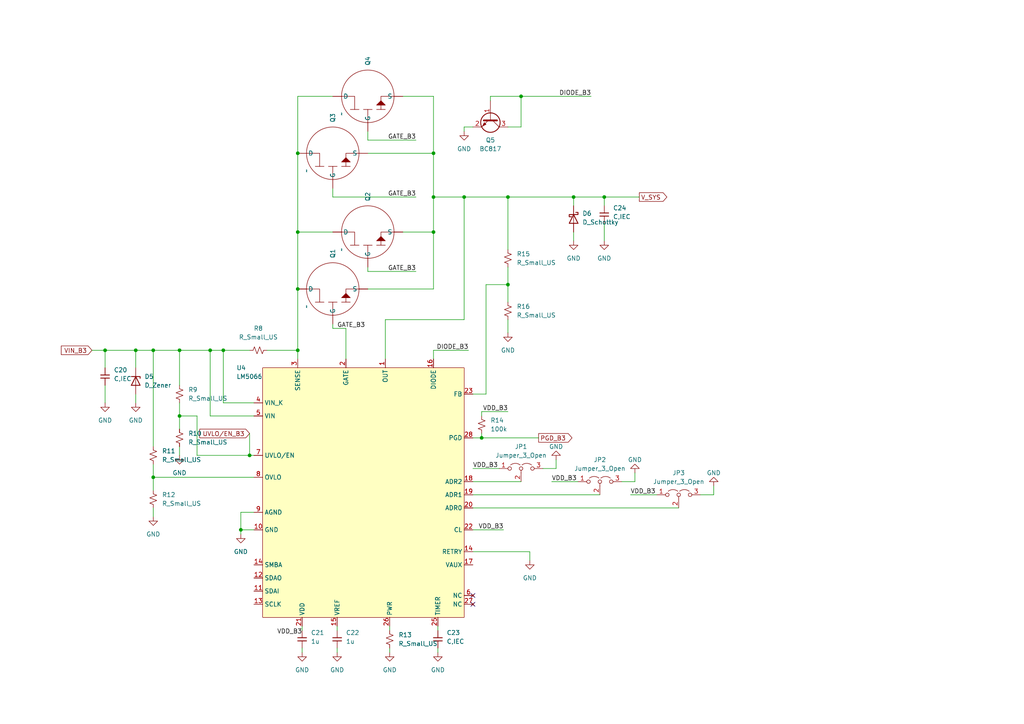
<source format=kicad_sch>
(kicad_sch (version 20230121) (generator eeschema)
  (paper "A4")
  (lib_symbols
    (symbol "Device:D_Schottky" (pin_numbers hide) (pin_names (offset 1.016) hide)
      (property "Reference" "D" (at 0 2.54 0))
      (property "Value" "D_Schottky" (at 0 -2.54 0))
      (symbol "D_Schottky_0_1"
        (polyline (pts (xy 1.27 0) (xy -1.27 0)))
        (polyline (pts (xy 1.27 1.27) (xy 1.27 -1.27) (xy -1.27 0) (xy 1.27 1.27)) (stroke (width 0.254)))
        (polyline (pts (xy -1.905 0.635) (xy -1.905 1.27) (xy -1.27 1.27) (xy -1.27 -1.27) (xy -0.635 -1.27) (xy -0.635 -0.635)) (stroke (width 0.254)))
      )
      (symbol "D_Schottky_1_1"
        (pin passive line (at -3.81 0 0) (length 2.54) (name "K") (number "1"))
        (pin passive line (at 3.81 0 180) (length 2.54) (name "A") (number "2"))
      )
    )
    (symbol "Device:D_Zener" (pin_numbers hide) (pin_names (offset 1.016) hide)
      (property "Reference" "D" (at 0 2.54 0))
      (property "Value" "D_Zener" (at 0 -2.54 0))
      (symbol "D_Zener_0_1"
        (polyline (pts (xy 1.27 0) (xy -1.27 0)))
        (polyline (pts (xy -1.27 -1.27) (xy -1.27 1.27) (xy -0.762 1.27)) (stroke (width 0.254)))
        (polyline (pts (xy 1.27 -1.27) (xy 1.27 1.27) (xy -1.27 0) (xy 1.27 -1.27)) (stroke (width 0.254)))
      )
      (symbol "D_Zener_1_1"
        (pin passive line (at -3.81 0 0) (length 2.54) (name "K") (number "1"))
        (pin passive line (at 3.81 0 180) (length 2.54) (name "A") (number "2"))
      )
    )
    (symbol "Device:R_Small_US" (pin_numbers hide) (pin_names (offset 0.254) hide)
      (property "Reference" "R" (at 0.762 0.508 0))
      (property "Value" "R_Small_US" (at 0.762 -1.016 0))
      (symbol "R_Small_US_1_1"
        (polyline (pts (xy 0 0) (xy 1.016 -0.381) (xy 0 -0.762) (xy -1.016 -1.143) (xy 0 -1.524)))
        (polyline (pts (xy 0 1.524) (xy 1.016 1.143) (xy 0 0.762) (xy -1.016 0.381) (xy 0 0)))
        (pin passive line (at 0 2.54 270) (length 1.016) (name "~") (number "1"))
        (pin passive line (at 0 -2.54 90) (length 1.016) (name "~") (number "2"))
      )
    )
    (symbol "Jumper:Jumper_3_Open" (pin_names (offset 0) hide)
      (property "Reference" "JP" (at -2.54 -2.54 0))
      (property "Value" "Jumper_3_Open" (at 0 2.794 0))
      (symbol "Jumper_3_Open_0_0"
        (circle (center -3.302 0) (radius 0.508))
        (circle (center 0 0) (radius 0.508))
        (circle (center 3.302 0) (radius 0.508))
      )
      (symbol "Jumper_3_Open_0_1"
        (arc (start -0.254 1.016) (mid -1.651 1.4992) (end -3.048 1.016))
        (polyline (pts (xy 0 -0.508) (xy 0 -1.27)))
        (arc (start 3.048 1.016) (mid 1.651 1.4992) (end 0.254 1.016))
      )
      (symbol "Jumper_3_Open_1_1"
        (pin passive line (at -6.35 0 0) (length 2.54) (name "A") (number "1"))
        (pin passive line (at 0 -3.81 90) (length 2.54) (name "C") (number "2"))
        (pin passive line (at 6.35 0 180) (length 2.54) (name "B") (number "3"))
      )
    )
    (symbol "Nexperia:GAN3R2-100CBEAZ"
      (property "Reference" "Q1" (at 16.51 -7.62 0))
      (property "Value" "~" (at 2.54 0 0))
      (symbol "GAN3R2-100CBEAZ_0_1"
        (polyline (pts (xy 3.81 -10.16) (xy 3.81 -12.7)))
        (polyline (pts (xy 3.81 -7.62) (xy 0 -7.62)))
        (polyline (pts (xy 3.81 -6.35) (xy 3.81 -8.89)))
        (polyline (pts (xy 3.81 -2.54) (xy 3.81 -5.08)))
        (polyline (pts (xy 3.81 -11.43) (xy 7.62 -11.43) (xy 7.62 -15.24)))
        (polyline (pts (xy 3.81 -3.81) (xy 7.62 -3.81) (xy 7.62 0)))
        (circle (center 7.62 -7.62) (radius 7.62))
      )
      (symbol "GAN3R2-100CBEAZ_1_1"
        (polyline (pts (xy 6.35 -11.43) (xy 5.08 -10.16) (xy 5.08 -12.7) (xy 6.35 -11.43)) (fill (type outline)))
        (pin power_in line (at 7.62 2.54 270) (length 2.54) (name "D") (number ""))
        (pin input line (at -2.54 -7.62 0) (length 2.54) (name "G") (number ""))
        (pin power_out line (at 7.62 -17.78 90) (length 2.54) (name "S") (number ""))
      )
    )
    (symbol "PCM_Generic-50:C,IEC" (pin_numbers hide) (pin_names (offset 0) hide)
      (property "Reference" "C" (at 1.27 1.27 0))
      (property "Value" "C,IEC" (at 1.27 -1.27 0))
      (property "Indicator" "+" (at -1.27 1.27 0))
      (symbol "C,IEC_1_1"
        (polyline (pts (xy -1.27 -0.4572) (xy 1.27 -0.4572)) (stroke (width 0.254)))
        (polyline (pts (xy -1.27 0.4572) (xy 1.27 0.4572)) (stroke (width 0.254)))
        (pin passive line (at 0 2.54 270) (length 2.0828) (name "+") (number "1"))
        (pin passive line (at 0 -2.54 90) (length 2.0828) (name "-") (number "2"))
      )
    )
    (symbol "TI.Library:LM5066"
      (property "Reference" "U" (at 0 1.27 0))
      (property "Value" "LM5066" (at 3.81 -77.47 0))
      (symbol "LM5066_1_1"
        (rectangle (start 0 -2.54) (end 58.42 -74.93) (fill (type background)))
        (pin power_out line (at 35.56 0 270) (length 2.54) (name "OUT") (number "1"))
        (pin power_in line (at -2.54 -49.53 0) (length 2.54) (name "GND") (number "10"))
        (pin input line (at -2.54 -67.31 0) (length 2.54) (name "SDAI") (number "11"))
        (pin output line (at -2.54 -63.5 0) (length 2.54) (name "SDAO") (number "12"))
        (pin bidirectional line (at -2.54 -71.12 0) (length 2.54) (name "SCLK") (number "13"))
        (pin tri_state line (at 60.96 -55.88 180) (length 2.54) (name "RETRY") (number "14"))
        (pin output line (at -2.54 -59.69 0) (length 2.54) (name "SMBA") (number "14"))
        (pin input line (at 21.59 -77.47 90) (length 2.54) (name "VREF") (number "15"))
        (pin output line (at 49.53 0 270) (length 2.54) (name "DIODE") (number "16"))
        (pin power_in line (at 60.96 -59.69 180) (length 2.54) (name "VAUX") (number "17"))
        (pin tri_state line (at 60.96 -35.56 180) (length 2.54) (name "ADR2") (number "18"))
        (pin tri_state line (at 60.96 -39.37 180) (length 2.54) (name "ADR1") (number "19"))
        (pin output line (at 24.13 0 270) (length 2.54) (name "GATE") (number "2"))
        (pin tri_state line (at 60.96 -43.18 180) (length 2.54) (name "ADR0") (number "20"))
        (pin output line (at 11.43 -77.47 90) (length 2.54) (name "VDD") (number "21"))
        (pin input line (at 60.96 -49.53 180) (length 2.54) (name "CL") (number "22"))
        (pin input line (at 60.96 -10.16 180) (length 2.54) (name "FB") (number "23"))
        (pin unspecified line (at 50.8 -77.47 90) (length 2.54) (name "TIMER") (number "25"))
        (pin input line (at 36.83 -77.47 90) (length 2.54) (name "PWR") (number "26"))
        (pin no_connect line (at 60.96 -71.12 180) (length 2.54) (name "NC") (number "27"))
        (pin output line (at 60.96 -22.86 180) (length 2.54) (name "PGD") (number "28"))
        (pin input line (at 10.16 0 270) (length 2.54) (name "SENSE") (number "3"))
        (pin power_in line (at -2.54 -12.7 0) (length 2.54) (name "VIN_K") (number "4"))
        (pin power_in line (at -2.54 -16.51 0) (length 2.54) (name "VIN") (number "5"))
        (pin no_connect line (at 60.96 -68.58 180) (length 2.54) (name "NC") (number "6"))
        (pin input line (at -2.54 -27.94 0) (length 2.54) (name "UVLO/EN") (number "7"))
        (pin input line (at -2.54 -34.29 0) (length 2.54) (name "OVLO") (number "8"))
        (pin power_in line (at -2.54 -44.45 0) (length 2.54) (name "AGND") (number "9"))
      )
    )
    (symbol "Transistor_BJT:BC817" (pin_names (offset 0) hide)
      (property "Reference" "Q" (at 5.08 1.905 0))
      (property "Value" "BC817" (at 5.08 0 0))
      (symbol "BC817_0_1"
        (polyline (pts (xy 0.635 0.635) (xy 2.54 2.54)))
        (polyline (pts (xy 0.635 -0.635) (xy 2.54 -2.54) (xy 2.54 -2.54)))
        (polyline (pts (xy 0.635 1.905) (xy 0.635 -1.905) (xy 0.635 -1.905)) (stroke (width 0.508)))
        (polyline (pts (xy 1.27 -1.778) (xy 1.778 -1.27) (xy 2.286 -2.286) (xy 1.27 -1.778) (xy 1.27 -1.778)) (fill (type outline)))
        (circle (center 1.27 0) (radius 2.8194) (stroke (width 0.254)))
      )
      (symbol "BC817_1_1"
        (pin input line (at -5.08 0 0) (length 5.715) (name "B") (number "1"))
        (pin passive line (at 2.54 -5.08 90) (length 2.54) (name "E") (number "2"))
        (pin passive line (at 2.54 5.08 270) (length 2.54) (name "C") (number "3"))
      )
    )
    (symbol "power:GND" (power) (pin_names (offset 0))
      (property "Value" "GND" (at 0 -3.81 0))
      (symbol "GND_0_1"
        (polyline (pts (xy 0 0) (xy 0 -1.27) (xy 1.27 -1.27) (xy 0 -2.54) (xy -1.27 -1.27) (xy 0 -1.27)))
      )
      (symbol "GND_1_1"
        (pin power_in line (at 0 0 270) (length 0) hide (name "GND") (number "1"))
      )
    )
  )
  (junction (at 52.07 120.65))
  (junction (at 125.73 57.15))
  (junction (at 60.96 101.6))
  (junction (at 72.39 132.08))
  (junction (at 125.73 44.45))
  (junction (at 52.07 101.6))
  (junction (at 134.62 57.15))
  (junction (at 175.26 57.15))
  (junction (at 86.36 44.45))
  (junction (at 139.7 127))
  (junction (at 44.45 101.6))
  (junction (at 64.77 101.6))
  (junction (at 69.85 153.67))
  (junction (at 151.13 27.94))
  (junction (at 166.37 57.15))
  (junction (at 147.32 57.15))
  (junction (at 86.36 101.6))
  (junction (at 147.32 82.55))
  (junction (at 44.45 138.43))
  (junction (at 125.73 67.31))
  (junction (at 39.37 101.6))
  (junction (at 86.36 67.31))
  (junction (at 86.36 83.82))
  (junction (at 30.48 101.6))
  (no_connect (at 137.16 172.72))
  (no_connect (at 137.16 175.26))
  (wire (pts (xy 125.73 44.45) (xy 125.73 27.94)))
  (wire (pts (xy 139.7 119.38) (xy 147.32 119.38)))
  (wire (pts (xy 86.36 67.31) (xy 86.36 83.82)))
  (wire (pts (xy 44.45 138.43) (xy 73.66 138.43)))
  (wire (pts (xy 72.39 132.08) (xy 73.66 132.08)))
  (wire (pts (xy 157.48 135.89) (xy 161.29 135.89)))
  (wire (pts (xy 69.85 148.59) (xy 73.66 148.59)))
  (wire (pts (xy 134.62 36.83) (xy 134.62 38.1)))
  (wire (pts (xy 137.16 127) (xy 139.7 127)))
  (wire (pts (xy 39.37 101.6) (xy 39.37 106.68)))
  (wire (pts (xy 125.73 101.6) (xy 135.89 101.6)))
  (wire (pts (xy 137.16 139.7) (xy 151.13 139.7)))
  (wire (pts (xy 72.39 101.6) (xy 64.77 101.6)))
  (wire (pts (xy 134.62 92.71) (xy 134.62 57.15)))
  (wire (pts (xy 57.15 132.08) (xy 72.39 132.08)))
  (wire (pts (xy 137.16 147.32) (xy 196.85 147.32)))
  (wire (pts (xy 137.16 153.67) (xy 146.05 153.67)))
  (wire (pts (xy 180.34 139.7) (xy 184.15 139.7)))
  (wire (pts (xy 125.73 57.15) (xy 125.73 67.31)))
  (wire (pts (xy 147.32 92.71) (xy 147.32 96.52)))
  (wire (pts (xy 139.7 119.38) (xy 139.7 120.65)))
  (wire (pts (xy 140.97 114.3) (xy 140.97 82.55)))
  (wire (pts (xy 137.16 135.89) (xy 144.78 135.89)))
  (wire (pts (xy 113.03 187.96) (xy 113.03 189.23)))
  (wire (pts (xy 44.45 134.62) (xy 44.45 138.43)))
  (wire (pts (xy 30.48 101.6) (xy 30.48 106.68)))
  (wire (pts (xy 106.68 83.82) (xy 125.73 83.82)))
  (wire (pts (xy 125.73 27.94) (xy 116.84 27.94)))
  (wire (pts (xy 175.26 64.77) (xy 175.26 69.85)))
  (wire (pts (xy 151.13 27.94) (xy 171.45 27.94)))
  (wire (pts (xy 166.37 57.15) (xy 175.26 57.15)))
  (wire (pts (xy 147.32 36.83) (xy 151.13 36.83)))
  (wire (pts (xy 111.76 92.71) (xy 134.62 92.71)))
  (wire (pts (xy 52.07 120.65) (xy 57.15 120.65)))
  (wire (pts (xy 125.73 104.14) (xy 125.73 101.6)))
  (wire (pts (xy 166.37 57.15) (xy 166.37 59.69)))
  (wire (pts (xy 97.79 187.96) (xy 97.79 189.23)))
  (wire (pts (xy 125.73 67.31) (xy 116.84 67.31)))
  (wire (pts (xy 44.45 101.6) (xy 52.07 101.6)))
  (wire (pts (xy 86.36 27.94) (xy 86.36 44.45)))
  (wire (pts (xy 60.96 101.6) (xy 60.96 120.65)))
  (wire (pts (xy 86.36 104.14) (xy 86.36 101.6)))
  (wire (pts (xy 184.15 137.16) (xy 184.15 139.7)))
  (wire (pts (xy 125.73 44.45) (xy 125.73 57.15)))
  (wire (pts (xy 151.13 36.83) (xy 151.13 27.94)))
  (wire (pts (xy 106.68 44.45) (xy 125.73 44.45)))
  (wire (pts (xy 96.52 95.25) (xy 100.33 95.25)))
  (wire (pts (xy 147.32 82.55) (xy 147.32 87.63)))
  (wire (pts (xy 30.48 101.6) (xy 39.37 101.6)))
  (wire (pts (xy 147.32 77.47) (xy 147.32 82.55)))
  (wire (pts (xy 140.97 82.55) (xy 147.32 82.55)))
  (wire (pts (xy 111.76 104.14) (xy 111.76 92.71)))
  (wire (pts (xy 106.68 78.74) (xy 120.65 78.74)))
  (wire (pts (xy 203.2 143.51) (xy 207.01 143.51)))
  (wire (pts (xy 77.47 101.6) (xy 86.36 101.6)))
  (wire (pts (xy 52.07 116.84) (xy 52.07 120.65)))
  (wire (pts (xy 69.85 153.67) (xy 69.85 154.94)))
  (wire (pts (xy 182.88 143.51) (xy 190.5 143.51)))
  (wire (pts (xy 127 181.61) (xy 127 182.88)))
  (wire (pts (xy 52.07 101.6) (xy 60.96 101.6)))
  (wire (pts (xy 96.52 57.15) (xy 120.65 57.15)))
  (wire (pts (xy 137.16 114.3) (xy 140.97 114.3)))
  (wire (pts (xy 166.37 67.31) (xy 166.37 69.85)))
  (wire (pts (xy 64.77 116.84) (xy 73.66 116.84)))
  (wire (pts (xy 113.03 181.61) (xy 113.03 182.88)))
  (wire (pts (xy 147.32 57.15) (xy 166.37 57.15)))
  (wire (pts (xy 153.67 160.02) (xy 153.67 162.56)))
  (wire (pts (xy 44.45 147.32) (xy 44.45 149.86)))
  (wire (pts (xy 160.02 139.7) (xy 167.64 139.7)))
  (wire (pts (xy 106.68 40.64) (xy 120.65 40.64)))
  (wire (pts (xy 137.16 143.51) (xy 173.99 143.51)))
  (wire (pts (xy 52.07 129.54) (xy 52.07 132.08)))
  (wire (pts (xy 175.26 57.15) (xy 175.26 59.69)))
  (wire (pts (xy 142.24 27.94) (xy 151.13 27.94)))
  (wire (pts (xy 26.67 101.6) (xy 30.48 101.6)))
  (wire (pts (xy 175.26 57.15) (xy 185.42 57.15)))
  (wire (pts (xy 64.77 101.6) (xy 64.77 116.84)))
  (wire (pts (xy 39.37 101.6) (xy 44.45 101.6)))
  (wire (pts (xy 96.52 27.94) (xy 86.36 27.94)))
  (wire (pts (xy 30.48 111.76) (xy 30.48 116.84)))
  (wire (pts (xy 134.62 57.15) (xy 147.32 57.15)))
  (wire (pts (xy 127 187.96) (xy 127 189.23)))
  (wire (pts (xy 125.73 67.31) (xy 125.73 83.82)))
  (wire (pts (xy 139.7 127) (xy 156.21 127)))
  (wire (pts (xy 139.7 127) (xy 139.7 125.73)))
  (wire (pts (xy 96.52 67.31) (xy 86.36 67.31)))
  (wire (pts (xy 97.79 181.61) (xy 97.79 182.88)))
  (wire (pts (xy 207.01 140.97) (xy 207.01 143.51)))
  (wire (pts (xy 52.07 101.6) (xy 52.07 111.76)))
  (wire (pts (xy 147.32 57.15) (xy 147.32 72.39)))
  (wire (pts (xy 106.68 77.47) (xy 106.68 78.74)))
  (wire (pts (xy 57.15 120.65) (xy 57.15 132.08)))
  (wire (pts (xy 86.36 44.45) (xy 86.36 67.31)))
  (wire (pts (xy 52.07 120.65) (xy 52.07 124.46)))
  (wire (pts (xy 72.39 125.73) (xy 72.39 132.08)))
  (wire (pts (xy 96.52 54.61) (xy 96.52 57.15)))
  (wire (pts (xy 39.37 114.3) (xy 39.37 116.84)))
  (wire (pts (xy 73.66 153.67) (xy 69.85 153.67)))
  (wire (pts (xy 137.16 160.02) (xy 153.67 160.02)))
  (wire (pts (xy 142.24 29.21) (xy 142.24 27.94)))
  (wire (pts (xy 86.36 83.82) (xy 86.36 101.6)))
  (wire (pts (xy 100.33 95.25) (xy 100.33 104.14)))
  (wire (pts (xy 60.96 101.6) (xy 64.77 101.6)))
  (wire (pts (xy 161.29 133.35) (xy 161.29 135.89)))
  (wire (pts (xy 69.85 148.59) (xy 69.85 153.67)))
  (wire (pts (xy 87.63 181.61) (xy 87.63 182.88)))
  (wire (pts (xy 87.63 187.96) (xy 87.63 189.23)))
  (wire (pts (xy 106.68 38.1) (xy 106.68 40.64)))
  (wire (pts (xy 44.45 138.43) (xy 44.45 142.24)))
  (wire (pts (xy 137.16 36.83) (xy 134.62 36.83)))
  (wire (pts (xy 96.52 93.98) (xy 96.52 95.25)))
  (wire (pts (xy 125.73 57.15) (xy 134.62 57.15)))
  (wire (pts (xy 73.66 120.65) (xy 60.96 120.65)))
  (wire (pts (xy 44.45 101.6) (xy 44.45 129.54)))
  (label "VDD_B3" (at 137.16 135.89 0))
  (label "GATE_B3" (at 97.79 95.25 0))
  (label "GATE_B3" (at 120.65 78.74 180))
  (label "VDD_B3" (at 147.32 119.38 180))
  (label "DIODE_B3" (at 135.89 101.6 180))
  (label "DIODE_B3" (at 171.45 27.94 180))
  (label "GATE_B3" (at 120.65 40.64 180))
  (label "VDD_B3" (at 87.63 184.15 180))
  (label "VDD_B3" (at 182.88 143.51 0))
  (label "VDD_B3" (at 160.02 139.7 0))
  (label "VDD_B3" (at 146.05 153.67 180))
  (label "GATE_B3" (at 120.65 57.15 180))
  (global_label "PGD_B3" (shape output) (at 156.21 127 0) (property "Intersheetrefs" "${INTERSHEET_REFS}" (effects hide)))
  (global_label "V_SYS" (shape output) (at 185.42 57.15 0) (property "Intersheetrefs" "${INTERSHEET_REFS}" (effects hide)))
  (global_label "UVLO{slash}EN_B3" (shape input) (at 72.39 125.73 180) (property "Intersheetrefs" "${INTERSHEET_REFS}" (effects hide)))
  (global_label "VIN_B3" (shape input) (at 26.67 101.6 180) (property "Intersheetrefs" "${INTERSHEET_REFS}" (effects hide)))
  (symbol (lib_id "Device:R_Small_US") (at 44.45 132.08 180) (unit 1)
    (property "Reference" "R11" (at 46.99 130.81 0) (effects (justify right)))
    (property "Value" "R_Small_US" (at 46.99 133.35 0) (effects (justify right)))
    (instances (project "2023-24_Power_Supply" (path "" (reference "R11") (unit 1)) (path "" (reference "R26") (unit 1))))
  )
  (symbol (lib_id "Jumper:Jumper_3_Open") (at 151.13 135.89 0) (unit 1)
    (property "Reference" "JP1" (at 151.13 129.54 0))
    (property "Value" "Jumper_3_Open" (at 151.13 132.08 0))
    (instances (project "2023-24_Power_Supply" (path "" (reference "JP1") (unit 1)) (path "" (reference "JP7") (unit 1))))
  )
  (symbol (lib_id "Nexperia:GAN3R2-100CBEAZ") (at 99.06 35.56 90) (unit 1)
    (property "Reference" "Q4" (at 106.68 19.05 0) (effects (justify left)))
    (property "Value" "~" (at 99.06 33.02 0))
    (property "Footprint" "Nexperia:WLCSP-8" (effects hide))
    (property "Datasheet" "https://www.mouser.com/datasheet/2/916/GAN3R2_100CBE-3159465.pdf" (effects hide))
    (instances (project "2023-24_Power_Supply" (path "" (reference "Q4") (unit 1)) (path "" (reference "Q13") (unit 1))))
  )
  (symbol (lib_id "power:GND") (at 134.62 38.1 0) (unit 1)
    (property "Reference" "#PWR041" (effects hide))
    (property "Value" "GND" (at 134.62 43.18 0))
    (instances (project "2023-24_Power_Supply" (path "" (reference "#PWR041") (unit 1)) (path "" (reference "#PWR072") (unit 1))))
  )
  (symbol (lib_id "Jumper:Jumper_3_Open") (at 173.99 139.7 0) (unit 1)
    (property "Reference" "JP2" (at 173.99 133.35 0))
    (property "Value" "Jumper_3_Open" (at 173.99 135.89 0))
    (instances (project "2023-24_Power_Supply" (path "" (reference "JP2") (unit 1)) (path "" (reference "JP8") (unit 1))))
  )
  (symbol (lib_id "power:GND") (at 184.15 137.16 180) (unit 1)
    (property "Reference" "#PWR043" (effects hide))
    (property "Value" "GND" (at 184.15 133.35 0))
    (instances (project "2023-24_Power_Supply" (path "" (reference "#PWR043") (unit 1)) (path "" (reference "#PWR078") (unit 1))))
  )
  (symbol (lib_id "power:GND") (at 113.03 189.23 0) (unit 1)
    (property "Reference" "#PWR037" (effects hide))
    (property "Value" "GND" (at 113.03 194.31 0))
    (instances (project "2023-24_Power_Supply" (path "" (reference "#PWR037") (unit 1)) (path "" (reference "#PWR070") (unit 1))))
  )
  (symbol (lib_id "PCM_Generic-50:C,IEC") (at 127 185.42 0) (unit 1)
    (property "Reference" "C23" (at 129.54 183.515 0) (effects (justify left)))
    (property "Value" "C,IEC" (at 129.54 186.055 0) (effects (justify left)))
    (property "Indicator" "+" (effects hide))
    (instances (project "2023-24_Power_Supply" (path "" (reference "C23") (unit 1)) (path "" (reference "C33") (unit 1))))
  )
  (symbol (lib_id "Device:R_Small_US") (at 113.03 185.42 180) (unit 1)
    (property "Reference" "R13" (at 115.57 184.15 0) (effects (justify right)))
    (property "Value" "R_Small_US" (at 115.57 186.69 0) (effects (justify right)))
    (instances (project "2023-24_Power_Supply" (path "" (reference "R13") (unit 1)) (path "" (reference "R31") (unit 1))))
  )
  (symbol (lib_id "power:GND") (at 166.37 69.85 0) (unit 1)
    (property "Reference" "#PWR039" (effects hide))
    (property "Value" "GND" (at 166.37 74.93 0))
    (instances (project "2023-24_Power_Supply" (path "" (reference "#PWR039") (unit 1)) (path "" (reference "#PWR076") (unit 1))))
  )
  (symbol (lib_id "Device:D_Zener") (at 39.37 110.49 270) (unit 1)
    (property "Reference" "D5" (at 41.91 109.22 90) (effects (justify left)))
    (property "Value" "D_Zener" (at 41.91 111.76 90) (effects (justify left)))
    (instances (project "2023-24_Power_Supply" (path "" (reference "D5") (unit 1)) (path "" (reference "D9") (unit 1))))
  )
  (symbol (lib_id "power:GND") (at 161.29 133.35 180) (unit 1)
    (property "Reference" "#PWR042" (effects hide))
    (property "Value" "GND" (at 161.29 129.54 0))
    (instances (project "2023-24_Power_Supply" (path "" (reference "#PWR042") (unit 1)) (path "" (reference "#PWR075") (unit 1))))
  )
  (symbol (lib_id "Device:R_Small_US") (at 52.07 127 180) (unit 1)
    (property "Reference" "R10" (at 54.61 125.73 0) (effects (justify right)))
    (property "Value" "R_Small_US" (at 54.61 128.27 0) (effects (justify right)))
    (instances (project "2023-24_Power_Supply" (path "" (reference "R10") (unit 1)) (path "" (reference "R29") (unit 1))))
  )
  (symbol (lib_id "Jumper:Jumper_3_Open") (at 196.85 143.51 0) (unit 1)
    (property "Reference" "JP3" (at 196.85 137.16 0))
    (property "Value" "Jumper_3_Open" (at 196.85 139.7 0))
    (instances (project "2023-24_Power_Supply" (path "" (reference "JP3") (unit 1)) (path "" (reference "JP9") (unit 1))))
  )
  (symbol (lib_id "Nexperia:GAN3R2-100CBEAZ") (at 88.9 91.44 90) (unit 1)
    (property "Reference" "Q1" (at 96.52 74.93 0) (effects (justify left)))
    (property "Value" "~" (at 88.9 88.9 0))
    (property "Footprint" "Nexperia:WLCSP-8" (effects hide))
    (property "Datasheet" "https://www.mouser.com/datasheet/2/916/GAN3R2_100CBE-3159465.pdf" (effects hide))
    (instances (project "2023-24_Power_Supply" (path "" (reference "Q1") (unit 1)) (path "" (reference "Q12") (unit 1))))
  )
  (symbol (lib_id "Device:R_Small_US") (at 44.45 144.78 180) (unit 1)
    (property "Reference" "R12" (at 46.99 143.51 0) (effects (justify right)))
    (property "Value" "R_Small_US" (at 46.99 146.05 0) (effects (justify right)))
    (instances (project "2023-24_Power_Supply" (path "" (reference "R12") (unit 1)) (path "" (reference "R27") (unit 1))))
  )
  (symbol (lib_id "Device:R_Small_US") (at 52.07 114.3 0) (unit 1)
    (property "Reference" "R9" (at 54.61 113.03 0) (effects (justify left)))
    (property "Value" "R_Small_US" (at 54.61 115.57 0) (effects (justify left)))
    (instances (project "2023-24_Power_Supply" (path "" (reference "R9") (unit 1)) (path "" (reference "R28") (unit 1))))
  )
  (symbol (lib_id "power:GND") (at 52.07 132.08 0) (unit 1)
    (property "Reference" "#PWR029" (effects hide))
    (property "Value" "GND" (at 52.07 137.16 0))
    (instances (project "2023-24_Power_Supply" (path "" (reference "#PWR029") (unit 1)) (path "" (reference "#PWR066") (unit 1))))
  )
  (symbol (lib_id "power:GND") (at 39.37 116.84 0) (unit 1)
    (property "Reference" "#PWR031" (effects hide))
    (property "Value" "GND" (at 39.37 121.92 0))
    (instances (project "2023-24_Power_Supply" (path "" (reference "#PWR031") (unit 1)) (path "" (reference "#PWR064") (unit 1))))
  )
  (symbol (lib_id "power:GND") (at 127 189.23 0) (unit 1)
    (property "Reference" "#PWR036" (effects hide))
    (property "Value" "GND" (at 127 194.31 0))
    (instances (project "2023-24_Power_Supply" (path "" (reference "#PWR036") (unit 1)) (path "" (reference "#PWR071") (unit 1))))
  )
  (symbol (lib_id "power:GND") (at 147.32 96.52 0) (unit 1)
    (property "Reference" "#PWR045" (effects hide))
    (property "Value" "GND" (at 147.32 101.6 0))
    (instances (project "2023-24_Power_Supply" (path "" (reference "#PWR045") (unit 1)) (path "" (reference "#PWR073") (unit 1))))
  )
  (symbol (lib_id "Device:D_Schottky") (at 166.37 63.5 270) (unit 1)
    (property "Reference" "D6" (at 168.91 61.9125 90) (effects (justify left)))
    (property "Value" "D_Schottky" (at 168.91 64.4525 90) (effects (justify left)))
    (instances (project "2023-24_Power_Supply" (path "" (reference "D6") (unit 1)) (path "" (reference "D10") (unit 1))))
  )
  (symbol (lib_id "Device:R_Small_US") (at 147.32 74.93 0) (unit 1)
    (property "Reference" "R15" (at 149.86 73.66 0) (effects (justify left)))
    (property "Value" "R_Small_US" (at 149.86 76.2 0) (effects (justify left)))
    (instances (project "2023-24_Power_Supply" (path "" (reference "R15") (unit 1)) (path "" (reference "R33") (unit 1))))
  )
  (symbol (lib_id "PCM_Generic-50:C,IEC") (at 87.63 185.42 0) (unit 1)
    (property "Reference" "C21" (at 90.17 183.515 0) (effects (justify left)))
    (property "Value" "1u" (at 90.17 186.055 0) (effects (justify left)))
    (property "Indicator" "+" (effects hide))
    (instances (project "2023-24_Power_Supply" (path "" (reference "C21") (unit 1)) (path "" (reference "C31") (unit 1))))
  )
  (symbol (lib_id "power:GND") (at 207.01 140.97 180) (unit 1)
    (property "Reference" "#PWR044" (effects hide))
    (property "Value" "GND" (at 207.01 137.16 0))
    (instances (project "2023-24_Power_Supply" (path "" (reference "#PWR044") (unit 1)) (path "" (reference "#PWR079") (unit 1))))
  )
  (symbol (lib_id "power:GND") (at 153.67 162.56 0) (unit 1)
    (property "Reference" "#PWR038" (effects hide))
    (property "Value" "GND" (at 153.67 167.64 0))
    (instances (project "2023-24_Power_Supply" (path "" (reference "#PWR038") (unit 1)) (path "" (reference "#PWR074") (unit 1))))
  )
  (symbol (lib_id "Device:R_Small_US") (at 139.7 123.19 180) (unit 1)
    (property "Reference" "R14" (at 142.24 121.92 0) (effects (justify right)))
    (property "Value" "100k" (at 142.24 124.46 0) (effects (justify right)))
    (instances (project "2023-24_Power_Supply" (path "" (reference "R14") (unit 1)) (path "" (reference "R32") (unit 1))))
  )
  (symbol (lib_id "PCM_Generic-50:C,IEC") (at 175.26 62.23 0) (unit 1)
    (property "Reference" "C24" (at 177.8 60.325 0) (effects (justify left)))
    (property "Value" "C,IEC" (at 177.8 62.865 0) (effects (justify left)))
    (property "Indicator" "+" (effects hide))
    (instances (project "2023-24_Power_Supply" (path "" (reference "C24") (unit 1)) (path "" (reference "C34") (unit 1))))
  )
  (symbol (lib_id "PCM_Generic-50:C,IEC") (at 97.79 185.42 0) (unit 1)
    (property "Reference" "C22" (at 100.33 183.515 0) (effects (justify left)))
    (property "Value" "1u" (at 100.33 186.055 0) (effects (justify left)))
    (property "Indicator" "+" (effects hide))
    (instances (project "2023-24_Power_Supply" (path "" (reference "C22") (unit 1)) (path "" (reference "C32") (unit 1))))
  )
  (symbol (lib_id "Transistor_BJT:BC817") (at 142.24 34.29 270) (unit 1)
    (property "Reference" "Q5" (at 142.24 40.64 90))
    (property "Value" "BC817" (at 142.24 43.18 90))
    (property "Footprint" "Package_TO_SOT_SMD:SOT-23" (effects hide))
    (property "Datasheet" "https://www.onsemi.com/pub/Collateral/BC818-D.pdf" (effects hide))
    (instances (project "2023-24_Power_Supply" (path "" (reference "Q5") (unit 1)) (path "" (reference "Q15") (unit 1))))
  )
  (symbol (lib_id "TI.Library:LM5066") (at 76.2 104.14 0) (unit 1)
    (property "Reference" "U4" (at 68.58 106.68 0) (effects (justify left)))
    (property "Value" "LM5066" (at 68.58 109.22 0) (effects (justify left)))
    (property "Footprint" "TI:HTSSOP-28" (effects hide))
    (property "Datasheet" "https://www.ti.com/general/docs/suppproductinfo.tsp?distId=26&gotoUrl=https://www.ti.com/lit/gpn/lm5066i" (effects hide))
    (instances (project "2023-24_Power_Supply" (path "" (reference "U4") (unit 1)) (path "" (reference "U6") (unit 1))))
  )
  (symbol (lib_id "Nexperia:GAN3R2-100CBEAZ") (at 88.9 52.07 90) (unit 1)
    (property "Reference" "Q3" (at 96.52 35.56 0) (effects (justify left)))
    (property "Value" "~" (at 88.9 49.53 0))
    (property "Footprint" "Nexperia:WLCSP-8" (effects hide))
    (property "Datasheet" "https://www.mouser.com/datasheet/2/916/GAN3R2_100CBE-3159465.pdf" (effects hide))
    (instances (project "2023-24_Power_Supply" (path "" (reference "Q3") (unit 1)) (path "" (reference "Q11") (unit 1))))
  )
  (symbol (lib_id "PCM_Generic-50:C,IEC") (at 30.48 109.22 0) (unit 1)
    (property "Reference" "C20" (at 33.02 107.315 0) (effects (justify left)))
    (property "Value" "C,IEC" (at 33.02 109.855 0) (effects (justify left)))
    (property "Indicator" "+" (effects hide))
    (instances (project "2023-24_Power_Supply" (path "" (reference "C20") (unit 1)) (path "" (reference "C30") (unit 1))))
  )
  (symbol (lib_id "power:GND") (at 44.45 149.86 0) (unit 1)
    (property "Reference" "#PWR030" (effects hide))
    (property "Value" "GND" (at 44.45 154.94 0))
    (instances (project "2023-24_Power_Supply" (path "" (reference "#PWR030") (unit 1)) (path "" (reference "#PWR065") (unit 1))))
  )
  (symbol (lib_id "power:GND") (at 97.79 189.23 0) (unit 1)
    (property "Reference" "#PWR035" (effects hide))
    (property "Value" "GND" (at 97.79 194.31 0))
    (instances (project "2023-24_Power_Supply" (path "" (reference "#PWR035") (unit 1)) (path "" (reference "#PWR069") (unit 1))))
  )
  (symbol (lib_id "power:GND") (at 30.48 116.84 0) (unit 1)
    (property "Reference" "#PWR032" (effects hide))
    (property "Value" "GND" (at 30.48 121.92 0))
    (instances (project "2023-24_Power_Supply" (path "" (reference "#PWR032") (unit 1)) (path "" (reference "#PWR063") (unit 1))))
  )
  (symbol (lib_id "power:GND") (at 87.63 189.23 0) (unit 1)
    (property "Reference" "#PWR034" (effects hide))
    (property "Value" "GND" (at 87.63 194.31 0))
    (instances (project "2023-24_Power_Supply" (path "" (reference "#PWR034") (unit 1)) (path "" (reference "#PWR068") (unit 1))))
  )
  (symbol (lib_id "Nexperia:GAN3R2-100CBEAZ") (at 99.06 74.93 90) (unit 1)
    (property "Reference" "Q2" (at 106.68 58.42 0) (effects (justify left)))
    (property "Value" "~" (at 99.06 72.39 0))
    (property "Footprint" "Nexperia:WLCSP-8" (effects hide))
    (property "Datasheet" "https://www.mouser.com/datasheet/2/916/GAN3R2_100CBE-3159465.pdf" (effects hide))
    (instances (project "2023-24_Power_Supply" (path "" (reference "Q2") (unit 1)) (path "" (reference "Q14") (unit 1))))
  )
  (symbol (lib_id "Device:R_Small_US") (at 74.93 101.6 90) (unit 1)
    (property "Reference" "R8" (at 74.93 95.25 90))
    (property "Value" "R_Small_US" (at 74.93 97.79 90))
    (instances (project "2023-24_Power_Supply" (path "" (reference "R8") (unit 1)) (path "" (reference "R30") (unit 1))))
  )
  (symbol (lib_id "power:GND") (at 175.26 69.85 0) (unit 1)
    (property "Reference" "#PWR040" (effects hide))
    (property "Value" "GND" (at 175.26 74.93 0))
    (instances (project "2023-24_Power_Supply" (path "" (reference "#PWR040") (unit 1)) (path "" (reference "#PWR077") (unit 1))))
  )
  (symbol (lib_id "Device:R_Small_US") (at 147.32 90.17 0) (unit 1)
    (property "Reference" "R16" (at 149.86 88.9 0) (effects (justify left)))
    (property "Value" "R_Small_US" (at 149.86 91.44 0) (effects (justify left)))
    (instances (project "2023-24_Power_Supply" (path "" (reference "R16") (unit 1)) (path "" (reference "R34") (unit 1))))
  )
  (symbol (lib_id "power:GND") (at 69.85 154.94 0) (unit 1)
    (property "Reference" "#PWR033" (effects hide))
    (property "Value" "GND" (at 69.85 160.02 0))
    (instances (project "2023-24_Power_Supply" (path "" (reference "#PWR033") (unit 1)) (path "" (reference "#PWR067") (unit 1))))
  )
)
</source>
